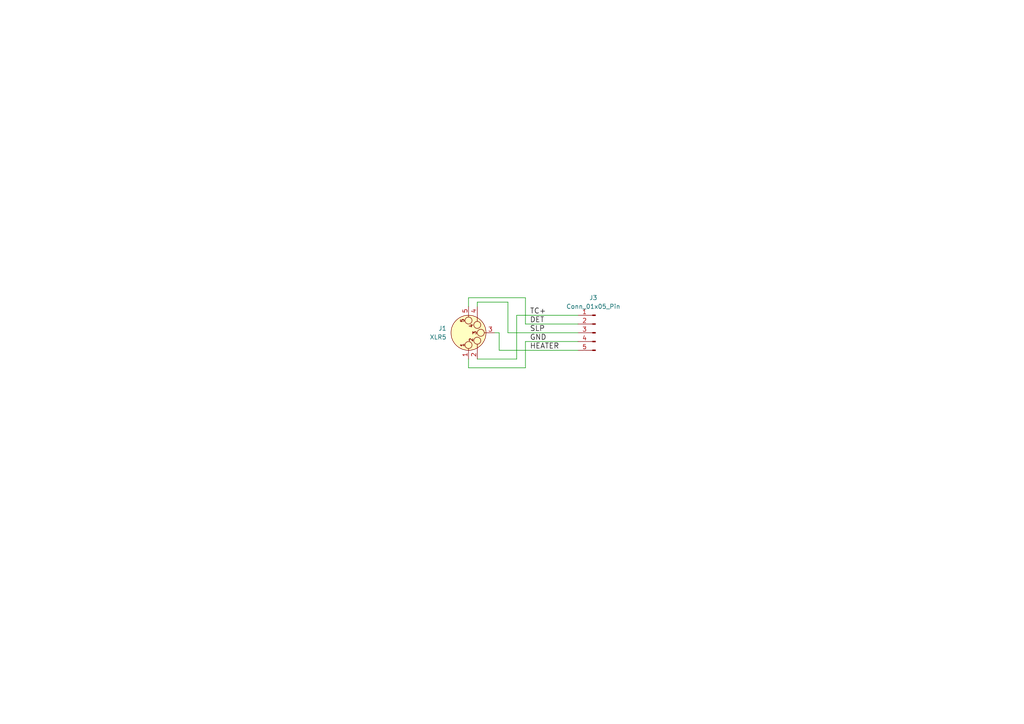
<source format=kicad_sch>
(kicad_sch (version 20250114) (generator "eeschema") (generator_version "9.0")
  (paper "A4")
  (title_block (title "MiniXLR adapter") (date "2025-08-18") (rev "6c") (company "elagil"))
  (lib_symbols
    (symbol "Connector:Conn_01x05_Pin" (pin_names (offset 1.016) (hide yes))
      (property "Reference" "J" (at 0 7.62 0))
      (property "Value" "Conn_01x05_Pin" (at 0 -7.62 0))
      (symbol "Conn_01x05_Pin_1_1"
        (rectangle (start 0.8636 5.207) (end 0 4.953) (stroke (width 0.1524)) (fill (type outline)))
        (rectangle (start 0.8636 2.667) (end 0 2.413) (stroke (width 0.1524)) (fill (type outline)))
        (rectangle (start 0.8636 0.127) (end 0 -0.127) (stroke (width 0.1524)) (fill (type outline)))
        (rectangle (start 0.8636 -2.413) (end 0 -2.667) (stroke (width 0.1524)) (fill (type outline)))
        (rectangle (start 0.8636 -4.953) (end 0 -5.207) (stroke (width 0.1524)) (fill (type outline)))
        (polyline (pts (xy 1.27 5.08) (xy 0.8636 5.08)) (stroke (width 0.1524)))
        (polyline (pts (xy 1.27 2.54) (xy 0.8636 2.54)) (stroke (width 0.1524)))
        (polyline (pts (xy 1.27 0) (xy 0.8636 0)) (stroke (width 0.1524)))
        (polyline (pts (xy 1.27 -2.54) (xy 0.8636 -2.54)) (stroke (width 0.1524)))
        (polyline (pts (xy 1.27 -5.08) (xy 0.8636 -5.08)) (stroke (width 0.1524)))
        (pin passive line (at 5.08 5.08 180) (length 3.81) (name "Pin_1") (number "1"))
        (pin passive line (at 5.08 2.54 180) (length 3.81) (name "Pin_2") (number "2"))
        (pin passive line (at 5.08 0 180) (length 3.81) (name "Pin_3") (number "3"))
        (pin passive line (at 5.08 -2.54 180) (length 3.81) (name "Pin_4") (number "4"))
        (pin passive line (at 5.08 -5.08 180) (length 3.81) (name "Pin_5") (number "5"))
      )
    )
    (symbol "Connector_Audio:XLR5" (pin_names (hide yes))
      (property "Reference" "J" (at 0 8.89 0))
      (property "Value" "XLR5" (at 0 6.35 0))
      (symbol "XLR5_0_1"
        (polyline (pts (xy -5.08 0) (xy -4.572 0)))
        (polyline (pts (xy -5.08 -2.54) (xy -4.445 -2.54)))
        (polyline (pts (xy -4.572 -2.54) (xy -3.302 -2.54)))
        (circle (center -3.556 0) (radius 1.016))
        (circle (center -2.286 -2.54) (radius 1.016))
        (circle (center 0 0) (radius 5.08) (fill (type background)))
        (circle (center 0 -3.556) (radius 1.016))
        (polyline (pts (xy 0 -5.08) (xy 0 -4.572)))
        (circle (center 2.286 -2.54) (radius 1.016))
        (circle (center 3.556 0) (radius 1.016))
        (polyline (pts (xy 4.572 -2.54) (xy 3.302 -2.54)))
        (polyline (pts (xy 5.08 0) (xy 4.572 0)))
        (polyline (pts (xy 5.08 -2.54) (xy 4.445 -2.54)))
        (text "1" (at -3.556 1.778 0) (effects (font (size 1.016 1.016) (bold yes))))
        (text "2" (at -2.032 -0.762 0) (effects (font (size 1.016 1.016) (bold yes))))
        (text "3" (at 0 -1.778 0) (effects (font (size 1.016 1.016) (bold yes))))
        (text "4" (at 2.032 -0.762 0) (effects (font (size 1.016 1.016) (bold yes))))
        (text "5" (at 3.556 1.778 0) (effects (font (size 1.016 1.016) (bold yes))))
      )
      (symbol "XLR5_1_1"
        (pin passive line (at -7.62 0 0) (length 2.54) (name "P1") (number "1"))
        (pin passive line (at -7.62 -2.54 0) (length 2.54) (name "P2") (number "2"))
        (pin passive line (at 0 -7.62 90) (length 2.54) (name "P3") (number "3"))
        (pin passive line (at 7.62 0 180) (length 2.54) (name "P5") (number "5"))
        (pin passive line (at 7.62 -2.54 180) (length 2.54) (name "P3") (number "4"))
      )
    )
  )
  (wire (pts (xy 152.4 99.06) (xy 167.64 99.06)))
  (wire (pts (xy 138.43 104.14) (xy 149.86 104.14)))
  (wire (pts (xy 152.4 86.36) (xy 152.4 93.98)))
  (wire (pts (xy 135.89 104.14) (xy 135.89 106.68)))
  (wire (pts (xy 149.86 91.44) (xy 149.86 104.14)))
  (wire (pts (xy 147.32 96.52) (xy 167.64 96.52)))
  (wire (pts (xy 143.51 96.52) (xy 144.78 96.52)))
  (wire (pts (xy 152.4 106.68) (xy 152.4 99.06)))
  (wire (pts (xy 149.86 91.44) (xy 167.64 91.44)))
  (wire (pts (xy 138.43 87.63) (xy 147.32 87.63)))
  (wire (pts (xy 135.89 88.9) (xy 135.89 86.36)))
  (wire (pts (xy 152.4 93.98) (xy 167.64 93.98)))
  (wire (pts (xy 138.43 88.9) (xy 138.43 87.63)))
  (wire (pts (xy 147.32 87.63) (xy 147.32 96.52)))
  (wire (pts (xy 144.78 96.52) (xy 144.78 101.6)))
  (wire (pts (xy 135.89 106.68) (xy 152.4 106.68)))
  (wire (pts (xy 135.89 86.36) (xy 152.4 86.36)))
  (wire (pts (xy 144.78 101.6) (xy 167.64 101.6)))
  (label "GND" (at 153.67 99.06 0) (effects (font (size 1.524 1.524))))
  (label "TC+" (at 153.67 91.44 0) (effects (font (size 1.524 1.524))))
  (label "DET" (at 153.67 93.98 0) (effects (font (size 1.524 1.524))))
  (label "SLP" (at 153.67 96.52 0) (effects (font (size 1.524 1.524))))
  (label "HEATER" (at 153.67 101.6 0) (effects (font (size 1.524 1.524))))
  (symbol (lib_id "Connector:Conn_01x05_Pin") (at 172.72 96.52 0) (mirror y) (unit 1)
    (property "Reference" "J3" (at 172.085 86.36 0))
    (property "Value" "Conn_01x05_Pin" (at 172.085 88.9 0))
    (property "Footprint" "Connector_PinHeader_2.54mm:PinHeader_1x05_P2.54mm_Vertical" (effects (hide yes)))
    (property "Description" "Generic connector, single row, 01x05, script generated" (effects (hide yes)))
  )
  (symbol (lib_id "Connector_Audio:XLR5") (at 135.89 96.52 90) (unit 1)
    (property "Reference" "J1" (at 129.54 95.2499 90) (effects (justify left)))
    (property "Value" "XLR5" (at 129.54 97.7899 90) (effects (justify left)))
    (property "Footprint" "connector_audio:MiniXLR-5_Rean_RT5MPR" (effects (hide yes)))
    (property "Description" "XLR Connector, Male or Female, 5 Pins" (effects (hide yes)))
  )
)
</source>
